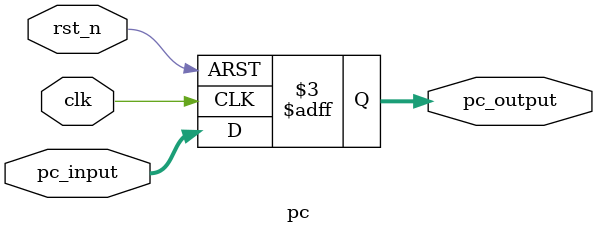
<source format=v>

module pc 	#(	parameter bus_length = 'd64)
			(input 		clk, rst_n,
             input 		[bus_length -1 :0] pc_input,
             output reg 	[bus_length -1 :0]  pc_output
			);
always @(posedge clk or negedge rst_n)
begin
	if(!rst_n)
		pc_output <= 0 ;
	else
		pc_output = pc_input ;
end
	
endmodule
</source>
